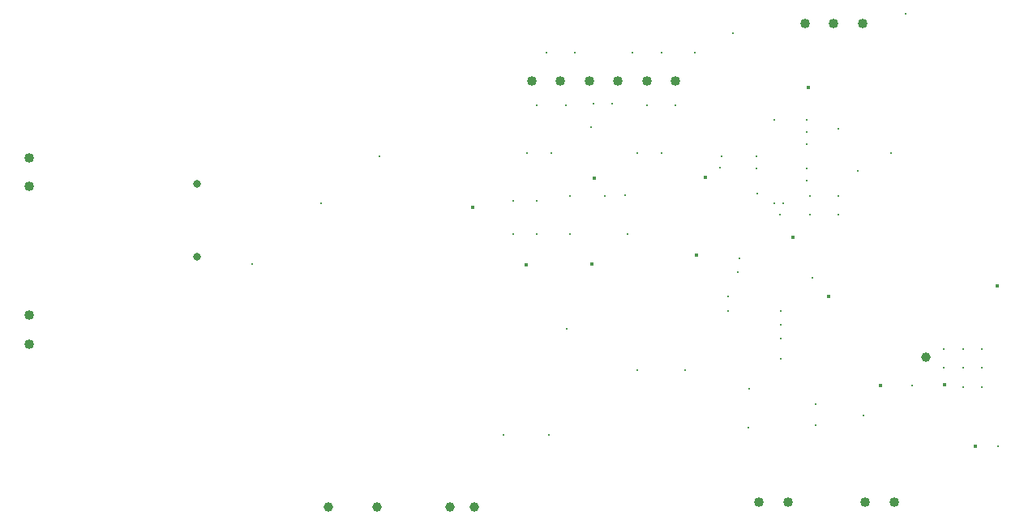
<source format=gbr>
%TF.GenerationSoftware,KiCad,Pcbnew,9.0.0*%
%TF.CreationDate,2025-07-11T04:59:04+08:00*%
%TF.ProjectId,tsal_g_v4.zip,7473616c-5f67-45f7-9634-2e7a69702e6b,rev?*%
%TF.SameCoordinates,Original*%
%TF.FileFunction,Plated,1,2,PTH,Drill*%
%TF.FilePolarity,Positive*%
%FSLAX46Y46*%
G04 Gerber Fmt 4.6, Leading zero omitted, Abs format (unit mm)*
G04 Created by KiCad (PCBNEW 9.0.0) date 2025-07-11 04:59:04*
%MOMM*%
%LPD*%
G01*
G04 APERTURE LIST*
%TA.AperFunction,ViaDrill*%
%ADD10C,0.300000*%
%TD*%
%TA.AperFunction,ViaDrill*%
%ADD11C,0.400000*%
%TD*%
%TA.AperFunction,ComponentDrill*%
%ADD12C,0.800000*%
%TD*%
%TA.AperFunction,ViaDrill*%
%ADD13C,1.000000*%
%TD*%
%TA.AperFunction,ComponentDrill*%
%ADD14C,1.000000*%
%TD*%
%TA.AperFunction,ComponentDrill*%
%ADD15C,1.020000*%
%TD*%
G04 APERTURE END LIST*
D10*
X89800000Y-82100000D03*
X96950000Y-75800000D03*
X103032500Y-70847500D03*
X116000000Y-100000000D03*
X117000000Y-75500000D03*
X117000000Y-79000000D03*
X118500000Y-70500000D03*
X119500000Y-65500000D03*
X119500000Y-75500000D03*
X119500000Y-79000000D03*
X120500000Y-60000000D03*
X120800000Y-100000000D03*
X121000000Y-70500000D03*
X122500000Y-65500000D03*
X122627500Y-88882500D03*
X123000000Y-75000000D03*
X123000000Y-79000000D03*
X123500000Y-60000000D03*
X125200000Y-67800000D03*
X125400000Y-65400000D03*
X126600000Y-75000000D03*
X127400000Y-65400000D03*
X128700000Y-74900000D03*
X129000000Y-79000000D03*
X129500000Y-60000000D03*
X130000000Y-70500000D03*
X130000000Y-93200000D03*
X131000000Y-65500000D03*
X132500000Y-60000000D03*
X132500000Y-70500000D03*
X134000000Y-65500000D03*
X135000000Y-93200000D03*
X136000000Y-60000000D03*
X138618817Y-72078517D03*
X138818817Y-70878517D03*
X139500000Y-85500000D03*
X139500000Y-87000000D03*
X140000000Y-58000000D03*
X140500000Y-83000000D03*
X140700000Y-81500000D03*
X141600000Y-99200000D03*
X141635000Y-95165000D03*
X142448817Y-70848517D03*
X142448817Y-72118517D03*
X142500000Y-74800000D03*
X144277375Y-75811075D03*
X144318817Y-67078517D03*
X144860966Y-76993827D03*
X145000000Y-87000000D03*
X145000000Y-88500000D03*
X145000000Y-89900000D03*
X145000000Y-92000000D03*
X145193817Y-75778517D03*
X147688817Y-67038517D03*
X147688817Y-68308517D03*
X147688817Y-69578517D03*
X147688817Y-72123517D03*
X147688817Y-73388517D03*
X148000000Y-75000000D03*
X148000000Y-77000000D03*
X148300000Y-83600000D03*
X148600000Y-96800000D03*
X148600000Y-99000000D03*
X151000000Y-68000000D03*
X151000000Y-75000000D03*
X151000000Y-77000000D03*
X153000000Y-72400000D03*
X153600000Y-98000000D03*
X156500000Y-70500000D03*
X158000000Y-56000000D03*
X158700000Y-94800000D03*
X162000000Y-91000000D03*
X162000000Y-93000000D03*
X164000000Y-91000000D03*
X164000000Y-93000000D03*
X164000000Y-95000000D03*
X166000000Y-91000000D03*
X166000000Y-93000000D03*
X166000000Y-95000000D03*
X167691200Y-101156900D03*
D11*
X112765000Y-76230000D03*
X118402500Y-82182500D03*
X125265600Y-82148948D03*
X125478817Y-73144117D03*
X136182500Y-81232500D03*
X137078817Y-73074117D03*
X146250600Y-79371900D03*
X147834417Y-63678517D03*
X150000000Y-85500000D03*
X155355600Y-94850000D03*
X162060000Y-94750000D03*
X165260000Y-101150000D03*
X167620000Y-84420000D03*
D12*
%TO.C,D1*%
X84000000Y-73725000D03*
X84000000Y-81345000D03*
%TD*%
D13*
X160100000Y-91900000D03*
D14*
%TO.C,U3*%
X97760000Y-107500000D03*
X102840000Y-107500000D03*
X110460000Y-107500000D03*
X113000000Y-107500000D03*
D15*
%TO.C,J1*%
X66500000Y-71000000D03*
X66500000Y-74000000D03*
%TO.C,J2*%
X66500000Y-87500000D03*
X66500000Y-90500000D03*
%TO.C,J3*%
X118978817Y-62973517D03*
X121978817Y-62973517D03*
X124978817Y-62973517D03*
X127978817Y-62973517D03*
X130978817Y-62973517D03*
X133978817Y-62973517D03*
%TO.C,J7*%
X142700000Y-107040000D03*
X145700000Y-107040000D03*
%TO.C,J8*%
X147500000Y-57000000D03*
X150500000Y-57000000D03*
X153500000Y-57000000D03*
%TO.C,J6*%
X153800000Y-107000000D03*
X156800000Y-107000000D03*
M02*

</source>
